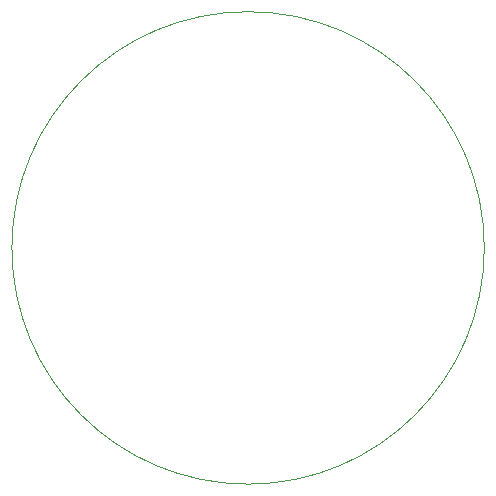
<source format=gm1>
G04 #@! TF.FileFunction,Profile,NP*
%FSLAX46Y46*%
G04 Gerber Fmt 4.6, Leading zero omitted, Abs format (unit mm)*
G04 Created by KiCad (PCBNEW 4.1.0-alpha+201605071002+6776~44~ubuntu14.04.1-product) date Sun 26 Jun 2016 14:10:38 BST*
%MOMM*%
%LPD*%
G01*
G04 APERTURE LIST*
%ADD10C,0.100000*%
%ADD11C,0.010000*%
G04 APERTURE END LIST*
D10*
D11*
X120000000Y-100000000D02*
G75*
G03X120000000Y-100000000I-20000000J0D01*
G01*
M02*

</source>
